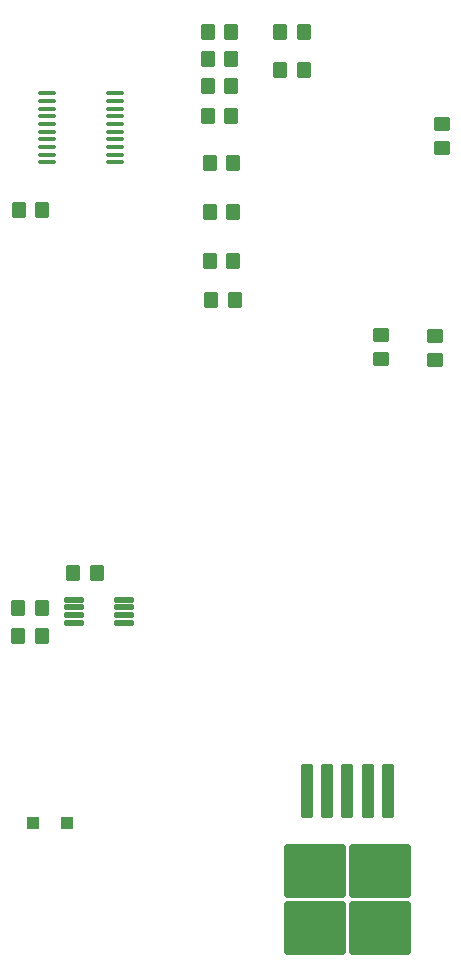
<source format=gbr>
%TF.GenerationSoftware,KiCad,Pcbnew,8.0.6*%
%TF.CreationDate,2024-12-11T14:47:30-08:00*%
%TF.ProjectId,Avionics Power Regulation Board,4176696f-6e69-4637-9320-506f77657220,2*%
%TF.SameCoordinates,Original*%
%TF.FileFunction,Paste,Top*%
%TF.FilePolarity,Positive*%
%FSLAX46Y46*%
G04 Gerber Fmt 4.6, Leading zero omitted, Abs format (unit mm)*
G04 Created by KiCad (PCBNEW 8.0.6) date 2024-12-11 14:47:30*
%MOMM*%
%LPD*%
G01*
G04 APERTURE LIST*
G04 Aperture macros list*
%AMRoundRect*
0 Rectangle with rounded corners*
0 $1 Rounding radius*
0 $2 $3 $4 $5 $6 $7 $8 $9 X,Y pos of 4 corners*
0 Add a 4 corners polygon primitive as box body*
4,1,4,$2,$3,$4,$5,$6,$7,$8,$9,$2,$3,0*
0 Add four circle primitives for the rounded corners*
1,1,$1+$1,$2,$3*
1,1,$1+$1,$4,$5*
1,1,$1+$1,$6,$7*
1,1,$1+$1,$8,$9*
0 Add four rect primitives between the rounded corners*
20,1,$1+$1,$2,$3,$4,$5,0*
20,1,$1+$1,$4,$5,$6,$7,0*
20,1,$1+$1,$6,$7,$8,$9,0*
20,1,$1+$1,$8,$9,$2,$3,0*%
G04 Aperture macros list end*
%ADD10RoundRect,0.100000X-0.637500X-0.100000X0.637500X-0.100000X0.637500X0.100000X-0.637500X0.100000X0*%
%ADD11RoundRect,0.250000X0.350000X0.450000X-0.350000X0.450000X-0.350000X-0.450000X0.350000X-0.450000X0*%
%ADD12RoundRect,0.250000X-0.300000X2.050000X-0.300000X-2.050000X0.300000X-2.050000X0.300000X2.050000X0*%
%ADD13RoundRect,0.250000X-2.375000X2.025000X-2.375000X-2.025000X2.375000X-2.025000X2.375000X2.025000X0*%
%ADD14RoundRect,0.250000X-0.350000X-0.450000X0.350000X-0.450000X0.350000X0.450000X-0.350000X0.450000X0*%
%ADD15RoundRect,0.250000X0.450000X-0.350000X0.450000X0.350000X-0.450000X0.350000X-0.450000X-0.350000X0*%
%ADD16RoundRect,0.250000X-0.300000X-0.300000X0.300000X-0.300000X0.300000X0.300000X-0.300000X0.300000X0*%
%ADD17RoundRect,0.250000X-0.450000X0.350000X-0.450000X-0.350000X0.450000X-0.350000X0.450000X0.350000X0*%
%ADD18RoundRect,0.125000X-0.687500X-0.125000X0.687500X-0.125000X0.687500X0.125000X-0.687500X0.125000X0*%
G04 APERTURE END LIST*
D10*
%TO.C,U2*%
X170291500Y-61186400D03*
X170291500Y-61836400D03*
X170291500Y-62486400D03*
X170291500Y-63136400D03*
X170291500Y-63786400D03*
X170291500Y-64436400D03*
X170291500Y-65086400D03*
X170291500Y-65736400D03*
X170291500Y-66386400D03*
X170291500Y-67036400D03*
X176016500Y-67036400D03*
X176016500Y-66386400D03*
X176016500Y-65736400D03*
X176016500Y-65086400D03*
X176016500Y-64436400D03*
X176016500Y-63786400D03*
X176016500Y-63136400D03*
X176016500Y-62486400D03*
X176016500Y-61836400D03*
X176016500Y-61186400D03*
%TD*%
D11*
%TO.C,RC1*%
X186191500Y-78686400D03*
X184191500Y-78686400D03*
%TD*%
D12*
%TO.C,U1*%
X199126000Y-120275000D03*
X197426000Y-120275000D03*
X195726000Y-120275000D03*
D13*
X198501000Y-127000000D03*
X192951000Y-127000000D03*
X198501000Y-131850000D03*
X192951000Y-131850000D03*
D12*
X194026000Y-120275000D03*
X192326000Y-120275000D03*
%TD*%
D11*
%TO.C,RC2*%
X186079000Y-75386400D03*
X184079000Y-75386400D03*
%TD*%
%TO.C,RC3*%
X186079000Y-71236400D03*
X184079000Y-71236400D03*
%TD*%
D14*
%TO.C,R4*%
X183891500Y-58286400D03*
X185891500Y-58286400D03*
%TD*%
%TO.C,Rcomp1*%
X172491500Y-101836400D03*
X174491500Y-101836400D03*
%TD*%
D11*
%TO.C,RF1*%
X169891500Y-71086400D03*
X167891500Y-71086400D03*
%TD*%
D14*
%TO.C,R1*%
X167841500Y-107136400D03*
X169841500Y-107136400D03*
%TD*%
D11*
%TO.C,RC4*%
X186079000Y-67086400D03*
X184079000Y-67086400D03*
%TD*%
%TO.C,RC5*%
X185891500Y-63136400D03*
X183891500Y-63136400D03*
%TD*%
D15*
%TO.C,R9*%
X203141500Y-83736400D03*
X203141500Y-81736400D03*
%TD*%
D16*
%TO.C,D2*%
X169141500Y-122986400D03*
X171941500Y-122986400D03*
%TD*%
D14*
%TO.C,R3*%
X183891500Y-60536400D03*
X185891500Y-60536400D03*
%TD*%
D11*
%TO.C,R6*%
X185891500Y-55986400D03*
X183891500Y-55986400D03*
%TD*%
D17*
%TO.C,R8*%
X198591500Y-81686400D03*
X198591500Y-83686400D03*
%TD*%
D14*
%TO.C,R5*%
X190041500Y-59236400D03*
X192041500Y-59236400D03*
%TD*%
D17*
%TO.C,RSNS1*%
X203741500Y-63786400D03*
X203741500Y-65786400D03*
%TD*%
D11*
%TO.C,R2*%
X169841500Y-104786400D03*
X167841500Y-104786400D03*
%TD*%
D14*
%TO.C,R7*%
X190041500Y-56036400D03*
X192041500Y-56036400D03*
%TD*%
D18*
%TO.C,U4*%
X172579000Y-104061400D03*
X172579000Y-104711400D03*
X172579000Y-105361400D03*
X172579000Y-106011400D03*
X176804000Y-106011400D03*
X176804000Y-105361400D03*
X176804000Y-104711400D03*
X176804000Y-104061400D03*
%TD*%
M02*

</source>
